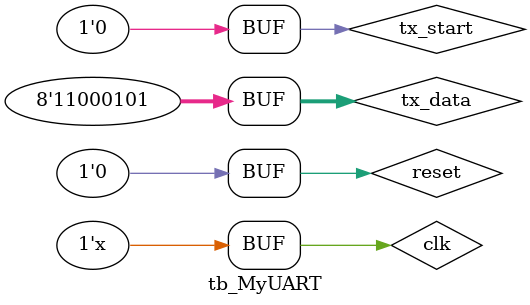
<source format=v>
`timescale 1ns / 1ps

module tb_MyUART ();
    reg        clk;
    reg        reset;
    reg        tx_start;
    reg  [7:0] tx_data;
    // reg        rx;

    wire       tx;
    wire       tx_done;
    wire [7:0] rx_data;
    wire       rx_done;

    MyUART dut (
        .clk(clk),
        .reset(reset),
        .tx_start(tx_start),
        .tx_data(tx_data),
        .rx(tx),

        .tx(tx),
        .tx_done(tx_done),
        .rx_data(rx_data),
        .rx_done(rx_done)
    );


    always #5 clk = ~clk;

    initial begin
        clk = 1'b0;
        reset = 1'b1;
        tx_start = 1'b0;
        // rx = 1'b1;
    end

    initial begin
        #20 reset = 1'b0;
        #100 tx_data = 8'b11000101;
        tx_start = 1'b1;
        #10 tx_start = 1'b0;
    end
endmodule
</source>
